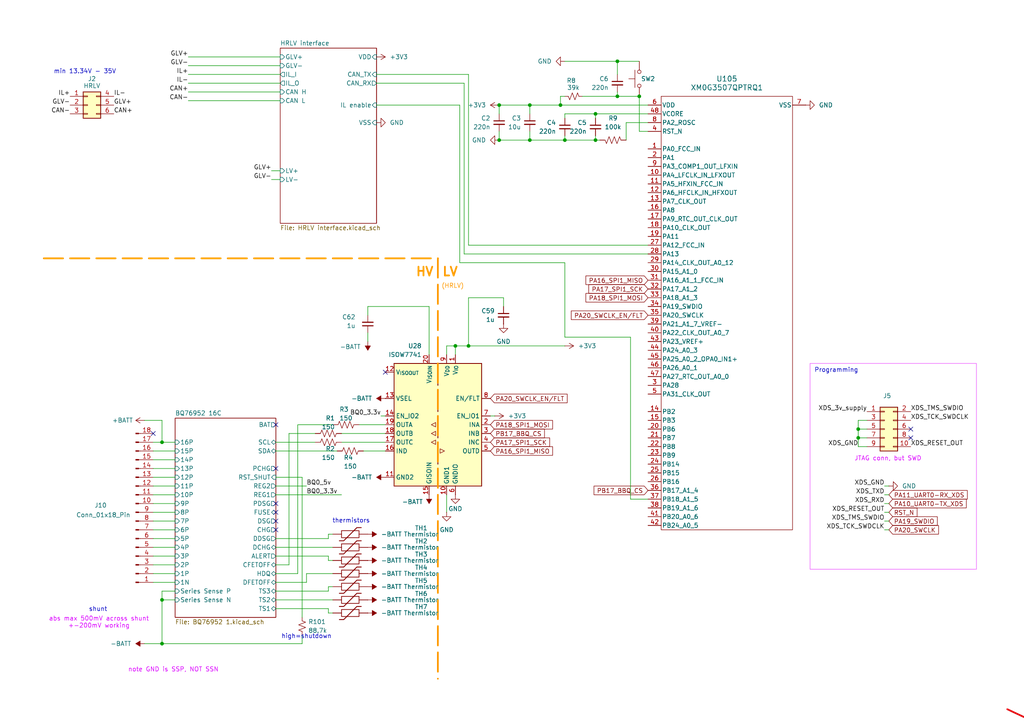
<source format=kicad_sch>
(kicad_sch (version 20250114) (generator "eeschema") (generator_version "9.0")
  (paper "A4")
  (title_block (title "Voltage Tap A . top board") (rev "1.0") (company "BeeMS"))
  (lib_symbols
    (symbol "Connector:Conn_01x18_Pin" (pin_names (offset 1.016) (hide yes))
      (property "Reference" "J" (at 0 22.86 0))
      (property "Value" "Conn_01x18_Pin" (at 0 -25.4 0))
      (symbol "Conn_01x18_Pin_1_1"
        (pin passive line (at 5.08 20.32 180) (length 3.81) (name "Pin_1") (number "1"))
        (pin passive line (at 5.08 17.78 180) (length 3.81) (name "Pin_2") (number "2"))
        (pin passive line (at 5.08 15.24 180) (length 3.81) (name "Pin_3") (number "3"))
        (pin passive line (at 5.08 12.7 180) (length 3.81) (name "Pin_4") (number "4"))
        (pin passive line (at 5.08 10.16 180) (length 3.81) (name "Pin_5") (number "5"))
        (pin passive line (at 5.08 7.62 180) (length 3.81) (name "Pin_6") (number "6"))
        (pin passive line (at 5.08 5.08 180) (length 3.81) (name "Pin_7") (number "7"))
        (pin passive line (at 5.08 2.54 180) (length 3.81) (name "Pin_8") (number "8"))
        (pin passive line (at 5.08 0 180) (length 3.81) (name "Pin_9") (number "9"))
        (pin passive line (at 5.08 -2.54 180) (length 3.81) (name "Pin_10") (number "10"))
        (pin passive line (at 5.08 -5.08 180) (length 3.81) (name "Pin_11") (number "11"))
        (pin passive line (at 5.08 -7.62 180) (length 3.81) (name "Pin_12") (number "12"))
        (pin passive line (at 5.08 -10.16 180) (length 3.81) (name "Pin_13") (number "13"))
        (pin passive line (at 5.08 -12.7 180) (length 3.81) (name "Pin_14") (number "14"))
        (pin passive line (at 5.08 -15.24 180) (length 3.81) (name "Pin_15") (number "15"))
        (pin passive line (at 5.08 -17.78 180) (length 3.81) (name "Pin_16") (number "16"))
        (pin passive line (at 5.08 -20.32 180) (length 3.81) (name "Pin_17") (number "17"))
        (pin passive line (at 5.08 -22.86 180) (length 3.81) (name "Pin_18") (number "18"))
      )
    )
    (symbol "Connector_Generic:Conn_02x03_Top_Bottom" (pin_names (offset 1.016) (hide yes))
      (property "Reference" "J" (at 1.27 5.08 0))
      (property "Value" "Conn_02x03_Top_Bottom" (at 1.27 -5.08 0))
      (symbol "Conn_02x03_Top_Bottom_1_1"
        (pin passive line (at -5.08 2.54 0) (length 3.81) (name "Pin_1") (number "1"))
        (pin passive line (at -5.08 0 0) (length 3.81) (name "Pin_2") (number "2"))
        (pin passive line (at -5.08 -2.54 0) (length 3.81) (name "Pin_3") (number "3"))
        (pin passive line (at 7.62 2.54 180) (length 3.81) (name "Pin_4") (number "4"))
        (pin passive line (at 7.62 0 180) (length 3.81) (name "Pin_5") (number "5"))
        (pin passive line (at 7.62 -2.54 180) (length 3.81) (name "Pin_6") (number "6"))
      )
    )
    (symbol "Connector_Generic:Conn_02x05_Odd_Even" (pin_names (offset 1.016) (hide yes))
      (property "Reference" "J" (at 1.27 7.62 0))
      (property "Value" "Conn_02x05_Odd_Even" (at 1.27 -7.62 0))
      (symbol "Conn_02x05_Odd_Even_1_1"
        (pin passive line (at -5.08 5.08 0) (length 3.81) (name "Pin_1") (number "1"))
        (pin passive line (at -5.08 2.54 0) (length 3.81) (name "Pin_3") (number "3"))
        (pin passive line (at -5.08 0 0) (length 3.81) (name "Pin_5") (number "5"))
        (pin passive line (at -5.08 -2.54 0) (length 3.81) (name "Pin_7") (number "7"))
        (pin passive line (at -5.08 -5.08 0) (length 3.81) (name "Pin_9") (number "9"))
        (pin passive line (at 7.62 5.08 180) (length 3.81) (name "Pin_2") (number "2"))
        (pin passive line (at 7.62 2.54 180) (length 3.81) (name "Pin_4") (number "4"))
        (pin passive line (at 7.62 0 180) (length 3.81) (name "Pin_6") (number "6"))
        (pin passive line (at 7.62 -2.54 180) (length 3.81) (name "Pin_8") (number "8"))
        (pin passive line (at 7.62 -5.08 180) (length 3.81) (name "Pin_10") (number "10"))
      )
    )
    (symbol "Device:C_Small" (pin_numbers (hide yes)) (pin_names (offset 0.254) (hide yes))
      (property "Reference" "C" (at 0.254 1.778 0))
      (property "Value" "C_Small" (at 0.254 -2.032 0))
      (symbol "C_Small_1_1"
        (pin passive line (at 0 2.54 270) (length 2.032) (name "~") (number "1"))
        (pin passive line (at 0 -2.54 90) (length 2.032) (name "~") (number "2"))
      )
    )
    (symbol "Device:R_Small_US" (pin_numbers (hide yes)) (pin_names (offset 0.254) (hide yes))
      (property "Reference" "R" (at 0.762 0.508 0))
      (property "Value" "R_Small_US" (at 0.762 -1.016 0))
      (symbol "R_Small_US_1_1"
        (pin passive line (at 0 2.54 270) (length 1.016) (name "~") (number "1"))
        (pin passive line (at 0 -2.54 90) (length 1.016) (name "~") (number "2"))
      )
    )
    (symbol "Device:R_US" (pin_numbers (hide yes)) (pin_names (offset 0))
      (property "Reference" "R" (at 2.54 0 90))
      (property "Value" "R_US" (at -2.54 0 90))
      (symbol "R_US_1_1"
        (pin passive line (at 0 3.81 270) (length 1.27) (name "~") (number "1"))
        (pin passive line (at 0 -3.81 90) (length 1.27) (name "~") (number "2"))
      )
    )
    (symbol "Device:Thermistor" (pin_numbers (hide yes)) (pin_names (offset 0))
      (property "Reference" "TH" (at 2.54 1.27 90))
      (property "Value" "Thermistor" (at -2.54 0 90))
      (symbol "Thermistor_1_1"
        (pin passive line (at 0 5.08 270) (length 2.54) (name "~") (number "1"))
        (pin passive line (at 0 -5.08 90) (length 2.54) (name "~") (number "2"))
      )
    )
    (symbol "Isolator:ISOW7741"
      (property "Reference" "U" (at -10.16 19.05 0))
      (property "Value" "ISOW7741" (at 3.81 19.05 0))
      (symbol "ISOW7741_1_1"
        (pin bidirectional line (at -15.24 7.62 0) (length 2.54) (name "EN/FLT") (number "8"))
        (pin input line (at -15.24 2.54 0) (length 2.54) (name "EN_IO1") (number "7"))
        (pin input line (at -15.24 0 0) (length 2.54) (name "INA") (number "2"))
        (pin input line (at -15.24 -2.54 0) (length 2.54) (name "INB") (number "3"))
        (pin input line (at -15.24 -5.08 0) (length 2.54) (name "INC") (number "4"))
        (pin output line (at -15.24 -7.62 0) (length 2.54) (name "OUTD") (number "5"))
        (pin power_in line (at -5.08 20.32 270) (length 2.54) (name "V_{IO}") (number "1"))
        (pin power_in line (at -5.08 -20.32 90) (length 2.54) (name "GNDIO") (number "6"))
        (pin power_in line (at -2.54 20.32 270) (length 2.54) (name "V_{DD}") (number "9"))
        (pin power_in line (at -2.54 -20.32 90) (length 2.54) (name "GND1") (number "10"))
        (pin power_in line (at 2.54 20.32 270) (length 2.54) (name "V_{ISOIN}") (number "20"))
        (pin power_in line (at 2.54 -20.32 90) (length 2.54) (name "GISOIN") (number "15"))
        (pin power_out line (at 15.24 15.24 180) (length 2.54) (name "V_{ISOOUT}") (number "12"))
        (pin input line (at 15.24 7.62 180) (length 2.54) (name "VSEL") (number "13"))
        (pin input line (at 15.24 2.54 180) (length 2.54) (name "EN_IO2") (number "14"))
        (pin output line (at 15.24 0 180) (length 2.54) (name "OUTA") (number "19"))
        (pin output line (at 15.24 -2.54 180) (length 2.54) (name "OUTB") (number "18"))
        (pin output line (at 15.24 -5.08 180) (length 2.54) (name "OUTC") (number "17"))
        (pin input line (at 15.24 -7.62 180) (length 2.54) (name "IND") (number "16"))
        (pin power_out line (at 15.24 -15.24 180) (length 2.54) (name "GND2") (number "11"))
      )
    )
    (symbol "Switch:SW_Push" (pin_numbers (hide yes)) (pin_names (offset 1.016) (hide yes))
      (property "Reference" "SW" (at 1.27 2.54 0))
      (property "Value" "SW_Push" (at 0 -1.524 0))
      (symbol "SW_Push_0_1"
        (pin passive line (at -5.08 0 0) (length 2.54) (name "1") (number "1"))
        (pin passive line (at 5.08 0 180) (length 2.54) (name "2") (number "2"))
      )
    )
    (symbol "power:+3V3" (power) (pin_numbers (hide yes)) (pin_names (offset 0) (hide yes))
      (property "Value" "+3V3" (at 0 3.556 0))
      (symbol "+3V3_1_1"
        (pin power_in line (at 0 0 90) (length 0) (name "~") (number "1"))
      )
    )
    (symbol "power:+BATT" (power) (pin_numbers (hide yes)) (pin_names (offset 0) (hide yes))
      (property "Value" "+BATT" (at 0 3.556 0))
      (symbol "+BATT_1_1"
        (pin power_in line (at 0 0 90) (length 0) (name "~") (number "1"))
      )
    )
    (symbol "power:-BATT" (power) (pin_numbers (hide yes)) (pin_names (offset 0) (hide yes))
      (property "Value" "-BATT" (at 0 3.556 0))
      (symbol "-BATT_1_1"
        (pin power_in line (at 0 0 90) (length 0) (name "~") (number "1"))
      )
    )
    (symbol "power:GND" (power) (pin_numbers (hide yes)) (pin_names (offset 0) (hide yes))
      (property "Value" "GND" (at 0 -3.81 0))
      (symbol "GND_1_1"
        (pin power_in line (at 0 0 270) (length 0) (name "~") (number "1"))
      )
    )
    (symbol "zzLocalLibrary:XM0G3507QPTRQ1" (pin_names (offset 0.254))
      (property "Reference" "U" (at 0 65.024 0))
      (property "Value" "XM0G3507QPTRQ1" (at 0 62.484 0))
      (symbol "XM0G3507QPTRQ1_0_1"
        (pin power_in line (at -22.86 57.15 0) (length 3.81) (name "VDD") (number "6"))
        (pin power_in line (at -22.86 54.61 0) (length 3.81) (name "VCORE") (number "48"))
        (pin bidirectional line (at -22.86 52.07 0) (length 3.81) (name "PA2_ROSC") (number "8"))
        (pin input line (at -22.86 49.53 0) (length 3.81) (name "RST_N") (number "4"))
        (pin bidirectional line (at -22.86 44.45 0) (length 3.81) (name "PA0_FCC_IN") (number "1"))
        (pin bidirectional line (at -22.86 41.91 0) (length 3.81) (name "PA1") (number "2"))
        (pin bidirectional line (at -22.86 39.37 0) (length 3.81) (name "PA3_COMP1_OUT_LFXIN") (number "9"))
        (pin bidirectional line (at -22.86 36.83 0) (length 3.81) (name "PA4_LFCLK_IN_LFXOUT") (number "10"))
        (pin bidirectional line (at -22.86 34.29 0) (length 3.81) (name "PA5_HFXIN_FCC_IN") (number "11"))
        (pin bidirectional line (at -22.86 31.75 0) (length 3.81) (name "PA6_HFCLK_IN_HFXOUT") (number "12"))
        (pin bidirectional line (at -22.86 29.21 0) (length 3.81) (name "PA7_CLK_OUT") (number "13"))
        (pin bidirectional line (at -22.86 26.67 0) (length 3.81) (name "PA8") (number "16"))
        (pin bidirectional line (at -22.86 24.13 0) (length 3.81) (name "PA9_RTC_OUT_CLK_OUT") (number "17"))
        (pin bidirectional line (at -22.86 21.59 0) (length 3.81) (name "PA10_CLK_OUT") (number "18"))
        (pin bidirectional line (at -22.86 19.05 0) (length 3.81) (name "PA11") (number "19"))
        (pin bidirectional line (at -22.86 16.51 0) (length 3.81) (name "PA12_FCC_IN") (number "27"))
        (pin bidirectional line (at -22.86 13.97 0) (length 3.81) (name "PA13") (number "28"))
        (pin bidirectional line (at -22.86 11.43 0) (length 3.81) (name "PA14_CLK_OUT_A0_12") (number "29"))
        (pin bidirectional line (at -22.86 8.89 0) (length 3.81) (name "PA15_A1_0") (number "30"))
        (pin bidirectional line (at -22.86 6.35 0) (length 3.81) (name "PA16_A1_1_FCC_IN") (number "31"))
        (pin bidirectional line (at -22.86 3.81 0) (length 3.81) (name "PA17_A1_2") (number "32"))
        (pin bidirectional line (at -22.86 1.27 0) (length 3.81) (name "PA18_A1_3") (number "33"))
        (pin bidirectional line (at -22.86 -1.27 0) (length 3.81) (name "PA19_SWDIO") (number "34"))
        (pin bidirectional line (at -22.86 -3.81 0) (length 3.81) (name "PA20_SWCLK") (number "35"))
        (pin bidirectional line (at -22.86 -6.35 0) (length 3.81) (name "PA21_A1_7_VREF-") (number "39"))
        (pin bidirectional line (at -22.86 -8.89 0) (length 3.81) (name "PA22_CLK_OUT_A0_7") (number "40"))
        (pin bidirectional line (at -22.86 -11.43 0) (length 3.81) (name "PA23_VREF+") (number "43"))
        (pin bidirectional line (at -22.86 -13.97 0) (length 3.81) (name "PA24_A0_3") (number "44"))
        (pin bidirectional line (at -22.86 -16.51 0) (length 3.81) (name "PA25_A0_2_OPA0_IN1+") (number "45"))
        (pin bidirectional line (at -22.86 -19.05 0) (length 3.81) (name "PA26_A0_1") (number "46"))
        (pin bidirectional line (at -22.86 -21.59 0) (length 3.81) (name "PA27_RTC_OUT_A0_0") (number "47"))
        (pin bidirectional line (at -22.86 -24.13 0) (length 3.81) (name "PA28") (number "3"))
        (pin bidirectional line (at -22.86 -26.67 0) (length 3.81) (name "PA31_CLK_OUT") (number "5"))
        (pin bidirectional line (at -22.86 -31.75 0) (length 3.81) (name "PB2") (number "14"))
        (pin bidirectional line (at -22.86 -34.29 0) (length 3.81) (name "PB3") (number "15"))
        (pin bidirectional line (at -22.86 -36.83 0) (length 3.81) (name "PB6") (number "20"))
        (pin bidirectional line (at -22.86 -39.37 0) (length 3.81) (name "PB7") (number "21"))
        (pin bidirectional line (at -22.86 -41.91 0) (length 3.81) (name "PB8") (number "22"))
        (pin bidirectional line (at -22.86 -44.45 0) (length 3.81) (name "PB9") (number "23"))
        (pin bidirectional line (at -22.86 -46.99 0) (length 3.81) (name "PB14") (number "24"))
        (pin bidirectional line (at -22.86 -49.53 0) (length 3.81) (name "PB15") (number "25"))
        (pin bidirectional line (at -22.86 -52.07 0) (length 3.81) (name "PB16") (number "26"))
        (pin bidirectional line (at -22.86 -54.61 0) (length 3.81) (name "PB17_A1_4") (number "36"))
        (pin bidirectional line (at -22.86 -57.15 0) (length 3.81) (name "PB18_A1_5") (number "37"))
        (pin bidirectional line (at -22.86 -59.69 0) (length 3.81) (name "PB19_A1_6") (number "38"))
        (pin bidirectional line (at -22.86 -62.23 0) (length 3.81) (name "PB20_A0_6") (number "41"))
        (pin bidirectional line (at -22.86 -64.77 0) (length 3.81) (name "PB24_A0_5") (number "42"))
        (pin power_in line (at 22.86 57.15 180) (length 3.81) (name "VSS") (number "7"))
      )
    )
  )
  (rectangle (start 234.95 105.41) (end 283.21 165.1) (stroke (width 0) (color 234 84 255 1)))
  (text "note GND is SSP, NOT SSN" (at 50.292 194.31 0) (effects (font (size 1.27 1.27))))
  (text "HV" (at 123.19 78.994 0) (effects (font (size 2.54 2.54) (thickness 0.508) (bold yes))))
  (text "high=shutdown" (at 88.9 184.658 0) (effects (font (size 1.27 1.27))))
  (text "LV" (at 130.556 78.994 0) (effects (font (size 2.54 2.54) (thickness 0.508) (bold yes))))
  (text "(HRLV)" (at 131.318 83.058 0) (effects (font (size 1.27 1.27) (thickness 0.1588))))
  (text "Programming" (at 242.57 107.442 0) (effects (font (size 1.27 1.27))))
  (text "shunt" (at 28.448 176.784 0) (effects (font (size 1.27 1.27))))
  (text "abs max 500mV across shunt\n+-200mV working" (at 28.702 180.594 0) (effects (font (size 1.27 1.27))))
  (text "min 13.34V - 35V" (at 24.638 20.828 0) (effects (font (size 1.27 1.27))))
  (text "JTAG conn, but SWD" (at 257.556 133.096 0) (effects (font (size 1.27 1.27))))
  (text "thermistors" (at 101.854 151.13 0) (effects (font (size 1.27 1.27))))
  (junction (at 46.99 173.99))
  (junction (at 248.92 124.46))
  (junction (at 135.89 100.33))
  (junction (at 172.72 33.02))
  (junction (at 179.07 17.78))
  (junction (at 153.67 30.48))
  (junction (at 132.08 100.33))
  (junction (at 185.42 27.94))
  (junction (at 46.99 128.27))
  (junction (at 248.92 127))
  (junction (at 144.78 30.48))
  (junction (at 172.72 40.64))
  (junction (at 162.56 30.48))
  (junction (at 179.07 27.94))
  (junction (at 163.83 40.64))
  (junction (at 144.78 40.64))
  (junction (at 46.99 186.69))
  (junction (at 153.67 40.64))
  (no_connect (at 264.16 127))
  (no_connect (at 111.76 107.95))
  (no_connect (at 80.01 148.59))
  (no_connect (at 264.16 124.46))
  (no_connect (at 44.45 125.73))
  (no_connect (at 80.01 135.89))
  (no_connect (at 80.01 123.19))
  (no_connect (at 80.01 151.13))
  (no_connect (at 80.01 153.67))
  (no_connect (at 80.01 146.05))
  (wire (pts (xy 88.9 166.37) (xy 88.9 168.91)))
  (polyline (pts (xy 127 74.93) (xy 127 196.85)) (stroke (width 0.508) (type dash) (color 255 153 0 1)))
  (wire (pts (xy 83.82 125.73) (xy 83.82 163.83)))
  (wire (pts (xy 78.74 52.07) (xy 81.28 52.07)))
  (wire (pts (xy 144.78 38.1) (xy 144.78 40.64)))
  (wire (pts (xy 80.01 130.81) (xy 97.79 130.81)))
  (wire (pts (xy 54.61 29.21) (xy 81.28 29.21)))
  (wire (pts (xy 44.45 161.29) (xy 50.8 161.29)))
  (wire (pts (xy 41.91 121.92) (xy 46.99 121.92)))
  (wire (pts (xy 132.08 100.33) (xy 132.08 102.87)))
  (polyline (pts (xy 12.7 74.93) (xy 127 74.93)) (stroke (width 0.508) (type dash) (color 255 153 0 1)))
  (wire (pts (xy 256.54 148.59) (xy 257.81 148.59)))
  (wire (pts (xy 248.92 127) (xy 251.46 127)))
  (wire (pts (xy 105.41 130.81) (xy 111.76 130.81)))
  (wire (pts (xy 44.45 138.43) (xy 50.8 138.43)))
  (wire (pts (xy 135.89 21.59) (xy 135.89 71.12)))
  (wire (pts (xy 163.83 76.2) (xy 163.83 97.79)))
  (wire (pts (xy 133.35 30.48) (xy 133.35 76.2)))
  (wire (pts (xy 146.05 88.9) (xy 146.05 86.36)))
  (wire (pts (xy 256.54 146.05) (xy 257.81 146.05)))
  (wire (pts (xy 80.01 171.45) (xy 95.25 171.45)))
  (wire (pts (xy 54.61 24.13) (xy 81.28 24.13)))
  (wire (pts (xy 80.01 138.43) (xy 87.63 138.43)))
  (wire (pts (xy 44.45 168.91) (xy 50.8 168.91)))
  (wire (pts (xy 46.99 171.45) (xy 46.99 173.99)))
  (wire (pts (xy 163.83 40.64) (xy 172.72 40.64)))
  (wire (pts (xy 44.45 153.67) (xy 50.8 153.67)))
  (wire (pts (xy 153.67 40.64) (xy 163.83 40.64)))
  (wire (pts (xy 104.14 123.19) (xy 111.76 123.19)))
  (wire (pts (xy 88.9 166.37) (xy 96.52 166.37)))
  (wire (pts (xy 162.56 30.48) (xy 162.56 27.94)))
  (wire (pts (xy 256.54 153.67) (xy 257.81 153.67)))
  (wire (pts (xy 162.56 30.48) (xy 187.96 30.48)))
  (wire (pts (xy 95.25 154.94) (xy 95.25 156.21)))
  (wire (pts (xy 163.83 17.78) (xy 179.07 17.78)))
  (wire (pts (xy 44.45 156.21) (xy 50.8 156.21)))
  (wire (pts (xy 41.91 186.69) (xy 46.99 186.69)))
  (wire (pts (xy 153.67 30.48) (xy 144.78 30.48)))
  (wire (pts (xy 256.54 151.13) (xy 257.81 151.13)))
  (wire (pts (xy 185.42 27.94) (xy 185.42 38.1)))
  (wire (pts (xy 80.01 140.97) (xy 88.9 140.97)))
  (wire (pts (xy 44.45 148.59) (xy 50.8 148.59)))
  (wire (pts (xy 46.99 173.99) (xy 50.8 173.99)))
  (wire (pts (xy 80.01 161.29) (xy 95.25 161.29)))
  (wire (pts (xy 181.61 35.56) (xy 181.61 40.64)))
  (wire (pts (xy 44.45 146.05) (xy 50.8 146.05)))
  (wire (pts (xy 143.51 120.65) (xy 142.24 120.65)))
  (wire (pts (xy 182.88 144.78) (xy 187.96 144.78)))
  (wire (pts (xy 46.99 171.45) (xy 50.8 171.45)))
  (wire (pts (xy 109.22 30.48) (xy 133.35 30.48)))
  (wire (pts (xy 80.01 166.37) (xy 86.36 166.37)))
  (wire (pts (xy 44.45 133.35) (xy 50.8 133.35)))
  (wire (pts (xy 44.45 128.27) (xy 46.99 128.27)))
  (wire (pts (xy 135.89 71.12) (xy 187.96 71.12)))
  (wire (pts (xy 134.62 24.13) (xy 109.22 24.13)))
  (wire (pts (xy 135.89 86.36) (xy 135.89 100.33)))
  (wire (pts (xy 163.83 39.37) (xy 163.83 40.64)))
  (wire (pts (xy 80.01 168.91) (xy 88.9 168.91)))
  (wire (pts (xy 44.45 143.51) (xy 50.8 143.51)))
  (wire (pts (xy 179.07 27.94) (xy 185.42 27.94)))
  (wire (pts (xy 172.72 33.02) (xy 172.72 34.29)))
  (wire (pts (xy 95.25 171.45) (xy 95.25 170.18)))
  (wire (pts (xy 95.25 156.21) (xy 80.01 156.21)))
  (wire (pts (xy 153.67 30.48) (xy 162.56 30.48)))
  (wire (pts (xy 80.01 128.27) (xy 91.44 128.27)))
  (wire (pts (xy 153.67 38.1) (xy 153.67 40.64)))
  (wire (pts (xy 86.36 123.19) (xy 96.52 123.19)))
  (wire (pts (xy 95.25 154.94) (xy 96.52 154.94)))
  (wire (pts (xy 256.54 140.97) (xy 257.81 140.97)))
  (wire (pts (xy 144.78 30.48) (xy 144.78 33.02)))
  (wire (pts (xy 124.46 88.9) (xy 124.46 102.87)))
  (wire (pts (xy 248.92 124.46) (xy 251.46 124.46)))
  (wire (pts (xy 44.45 130.81) (xy 50.8 130.81)))
  (wire (pts (xy 54.61 26.67) (xy 81.28 26.67)))
  (wire (pts (xy 153.67 30.48) (xy 153.67 33.02)))
  (wire (pts (xy 44.45 135.89) (xy 50.8 135.89)))
  (wire (pts (xy 133.35 76.2) (xy 163.83 76.2)))
  (wire (pts (xy 182.88 97.79) (xy 182.88 144.78)))
  (wire (pts (xy 129.54 143.51) (xy 129.54 148.59)))
  (wire (pts (xy 106.68 96.52) (xy 106.68 99.06)))
  (wire (pts (xy 106.68 88.9) (xy 124.46 88.9)))
  (wire (pts (xy 80.01 158.75) (xy 96.52 158.75)))
  (wire (pts (xy 132.08 100.33) (xy 135.89 100.33)))
  (wire (pts (xy 256.54 143.51) (xy 257.81 143.51)))
  (wire (pts (xy 99.06 128.27) (xy 111.76 128.27)))
  (wire (pts (xy 172.72 39.37) (xy 172.72 40.64)))
  (wire (pts (xy 54.61 21.59) (xy 81.28 21.59)))
  (wire (pts (xy 144.78 40.64) (xy 153.67 40.64)))
  (wire (pts (xy 46.99 128.27) (xy 50.8 128.27)))
  (wire (pts (xy 179.07 17.78) (xy 185.42 17.78)))
  (wire (pts (xy 248.92 121.92) (xy 248.92 124.46)))
  (wire (pts (xy 248.92 129.54) (xy 251.46 129.54)))
  (wire (pts (xy 87.63 138.43) (xy 87.63 179.07)))
  (wire (pts (xy 86.36 166.37) (xy 86.36 123.19)))
  (wire (pts (xy 95.25 176.53) (xy 80.01 176.53)))
  (wire (pts (xy 172.72 33.02) (xy 163.83 33.02)))
  (wire (pts (xy 46.99 173.99) (xy 46.99 186.69)))
  (wire (pts (xy 168.91 27.94) (xy 179.07 27.94)))
  (wire (pts (xy 248.92 127) (xy 248.92 124.46)))
  (wire (pts (xy 95.25 177.8) (xy 95.25 176.53)))
  (wire (pts (xy 95.25 170.18) (xy 96.52 170.18)))
  (wire (pts (xy 187.96 38.1) (xy 185.42 38.1)))
  (wire (pts (xy 95.25 177.8) (xy 96.52 177.8)))
  (wire (pts (xy 248.92 129.54) (xy 248.92 127)))
  (wire (pts (xy 179.07 26.67) (xy 179.07 27.94)))
  (wire (pts (xy 95.25 162.56) (xy 96.52 162.56)))
  (wire (pts (xy 134.62 73.66) (xy 134.62 24.13)))
  (wire (pts (xy 87.63 184.15) (xy 87.63 186.69)))
  (wire (pts (xy 44.45 166.37) (xy 50.8 166.37)))
  (wire (pts (xy 129.54 102.87) (xy 129.54 100.33)))
  (wire (pts (xy 110.49 120.65) (xy 111.76 120.65)))
  (wire (pts (xy 44.45 151.13) (xy 50.8 151.13)))
  (wire (pts (xy 80.01 173.99) (xy 96.52 173.99)))
  (wire (pts (xy 163.83 97.79) (xy 182.88 97.79)))
  (wire (pts (xy 44.45 140.97) (xy 50.8 140.97)))
  (wire (pts (xy 146.05 86.36) (xy 135.89 86.36)))
  (wire (pts (xy 78.74 49.53) (xy 81.28 49.53)))
  (wire (pts (xy 162.56 27.94) (xy 163.83 27.94)))
  (wire (pts (xy 83.82 125.73) (xy 91.44 125.73)))
  (wire (pts (xy 109.22 21.59) (xy 135.89 21.59)))
  (wire (pts (xy 44.45 158.75) (xy 50.8 158.75)))
  (wire (pts (xy 99.06 125.73) (xy 111.76 125.73)))
  (wire (pts (xy 187.96 73.66) (xy 134.62 73.66)))
  (wire (pts (xy 95.25 161.29) (xy 95.25 162.56)))
  (wire (pts (xy 163.83 33.02) (xy 163.83 34.29)))
  (wire (pts (xy 173.99 40.64) (xy 172.72 40.64)))
  (wire (pts (xy 181.61 35.56) (xy 187.96 35.56)))
  (wire (pts (xy 46.99 186.69) (xy 87.63 186.69)))
  (wire (pts (xy 54.61 19.05) (xy 81.28 19.05)))
  (wire (pts (xy 106.68 88.9) (xy 106.68 91.44)))
  (wire (pts (xy 129.54 100.33) (xy 132.08 100.33)))
  (wire (pts (xy 46.99 121.92) (xy 46.99 128.27)))
  (wire (pts (xy 135.89 100.33) (xy 163.83 100.33)))
  (wire (pts (xy 54.61 16.51) (xy 81.28 16.51)))
  (wire (pts (xy 179.07 17.78) (xy 179.07 21.59)))
  (wire (pts (xy 44.45 163.83) (xy 50.8 163.83)))
  (wire (pts (xy 248.92 121.92) (xy 251.46 121.92)))
  (wire (pts (xy 80.01 143.51) (xy 99.06 143.51)))
  (wire (pts (xy 80.01 163.83) (xy 83.82 163.83)))
  (wire (pts (xy 187.96 33.02) (xy 172.72 33.02)))
  (label "BQ0_3.3v" (at 110.49 120.65 180))
  (label "IL+" (at 20.32 27.94 180))
  (label "GLV+" (at 33.02 30.48 0))
  (label "XDS_TMS_SWDIO" (at 264.16 119.38 0))
  (label "CAN-" (at 20.32 33.02 180))
  (label "GLV-" (at 54.61 19.05 180))
  (label "BQ0_3.3v" (at 88.9 143.51 0))
  (label "CAN-" (at 54.61 29.21 180))
  (label "IL-" (at 54.61 24.13 180))
  (label "CAN+" (at 54.61 26.67 180))
  (label "XDS_3v_supply" (at 251.46 119.38 180))
  (label "XDS_TMS_SWDIO" (at 256.54 151.13 180))
  (label "IL+" (at 54.61 21.59 180))
  (label "GLV+" (at 54.61 16.51 180))
  (label "GLV-" (at 20.32 30.48 180))
  (label "BQ0_5v" (at 88.9 140.97 0))
  (label "IL-" (at 33.02 27.94 0))
  (label "GLV-" (at 78.74 52.07 180))
  (label "XDS_TCK_SWDCLK" (at 256.54 153.67 180))
  (label "XDS_TCK_SWDCLK" (at 264.16 121.92 0))
  (label "XDS_RXD" (at 256.54 146.05 180))
  (label "XDS_RESET_OUT" (at 256.54 148.59 180))
  (label "XDS_GND" (at 248.92 129.54 180))
  (label "GLV+" (at 78.74 49.53 180))
  (label "XDS_TXD" (at 256.54 143.51 180))
  (label "XDS_GND" (at 256.54 140.97 180))
  (label "XDS_RESET_OUT" (at 264.16 129.54 0))
  (label "CAN+" (at 33.02 33.02 0))
  (global_label "PA11_UART0-RX_XDS" (shape input) (at 257.81 143.51 0) (property "Intersheetrefs" "${INTERSHEET_REFS}" (effects (hide yes))))
  (global_label "RST_N" (shape input) (at 257.81 148.59 0) (property "Intersheetrefs" "${INTERSHEET_REFS}" (effects (hide yes))))
  (global_label "PA16_SPI1_MISO" (shape input) (at 142.24 130.81 0) (property "Intersheetrefs" "${INTERSHEET_REFS}" (effects (hide yes))))
  (global_label "PA20_SWCLK" (shape input) (at 257.81 153.67 0) (property "Intersheetrefs" "${INTERSHEET_REFS}" (effects (hide yes))))
  (global_label "PA10_UART0-TX_XDS" (shape input) (at 257.81 146.05 0) (property "Intersheetrefs" "${INTERSHEET_REFS}" (effects (hide yes))))
  (global_label "PA20_SWCLK_EN{slash}FLT" (shape input) (at 142.24 115.57 0) (property "Intersheetrefs" "${INTERSHEET_REFS}" (effects (hide yes))))
  (global_label "PA18_SPI1_MOSI" (shape input) (at 142.24 123.19 0) (property "Intersheetrefs" "${INTERSHEET_REFS}" (effects (hide yes))))
  (global_label "PA20_SWCLK_EN{slash}FLT" (shape input) (at 187.96 91.44 180) (property "Intersheetrefs" "${INTERSHEET_REFS}" (effects (hide yes))))
  (global_label "PA18_SPI1_MOSI" (shape input) (at 187.96 86.36 180) (property "Intersheetrefs" "${INTERSHEET_REFS}" (effects (hide yes))))
  (global_label "PA17_SPI1_SCK" (shape input) (at 142.24 128.27 0) (property "Intersheetrefs" "${INTERSHEET_REFS}" (effects (hide yes))))
  (global_label "PA19_SWDIO" (shape input) (at 257.81 151.13 0) (property "Intersheetrefs" "${INTERSHEET_REFS}" (effects (hide yes))))
  (global_label "PB17_BBQ_CS" (shape input) (at 142.24 125.73 0) (property "Intersheetrefs" "${INTERSHEET_REFS}" (effects (hide yes))))
  (global_label "PB17_BBQ_CS" (shape input) (at 187.96 142.24 180) (property "Intersheetrefs" "${INTERSHEET_REFS}" (effects (hide yes))))
  (global_label "PA17_SPI1_SCK" (shape input) (at 187.96 83.82 180) (property "Intersheetrefs" "${INTERSHEET_REFS}" (effects (hide yes))))
  (global_label "PA16_SPI1_MISO" (shape input) (at 187.96 81.28 180) (property "Intersheetrefs" "${INTERSHEET_REFS}" (effects (hide yes))))
  (symbol (lib_id "Device:R_US") (at 95.25 128.27 270) (unit 1)
    (property "Reference" "R2" (at 97.155 130.175 90) (effects (justify right)))
    (property "Value" "150" (at 97.155 132.715 90) (effects (justify right)))
    (property "Footprint" "Resistor_SMD:R_1206_3216Metric_Pad1.30x1.75mm_HandSolder" (effects (hide yes)))
    (property "Description" "Resistor, US symbol" (effects (hide yes)))
    (property "mouser" "https://www.mouser.com/ProductDetail/YAGEO/AC1206FR-7W150RL?qs=sGAEpiMZZMtlubZbdhIBICFms2LWLh%252Bq5GguBuup7BI%3D" (effects (hide yes)))
    (property "specs" "150Ohm, 500mW, 1%, 200V, -55C, +155C" (effects (hide yes)))
    (property "unit x10" "0.032" (effects (hide yes)))
  )
  (symbol (lib_id "power:GND") (at 163.83 17.78 270) (unit 1)
    (property "Reference" "#PWR07" (effects (hide yes)))
    (property "Value" "GND" (at 160.02 17.7799 90) (effects (justify right)))
    (property "Description" "Power symbol creates a global label with name \"GND\" , ground" (effects (hide yes)))
  )
  (symbol (lib_id "power:GND") (at 233.68 30.48 90) (unit 1)
    (property "Reference" "#PWR08" (effects (hide yes)))
    (property "Value" "GND" (at 237.49 30.4799 90) (effects (justify right)))
    (property "Description" "Power symbol creates a global label with name \"GND\" , ground" (effects (hide yes)))
  )
  (symbol (lib_id "power:-BATT") (at 124.46 143.51 180) (unit 1)
    (property "Reference" "#PWR025" (effects (hide yes)))
    (property "Value" "-BATT" (at 122.682 145.542 0) (effects (justify left)))
    (property "Description" "Power symbol creates a global label with name \"-BATT\"" (effects (hide yes)))
  )
  (symbol (lib_id "power:-BATT") (at 106.68 166.37 270) (unit 1)
    (property "Reference" "#PWR021" (effects (hide yes)))
    (property "Value" "-BATT" (at 110.49 166.3701 90) (effects (justify left)))
    (property "Description" "Power symbol creates a global label with name \"-BATT\"" (effects (hide yes)))
  )
  (symbol (lib_id "power:-BATT") (at 106.68 170.18 270) (unit 1)
    (property "Reference" "#PWR022" (effects (hide yes)))
    (property "Value" "-BATT" (at 110.49 170.1801 90) (effects (justify left)))
    (property "Description" "Power symbol creates a global label with name \"-BATT\"" (effects (hide yes)))
  )
  (symbol (lib_id "power:-BATT") (at 106.68 158.75 270) (unit 1)
    (property "Reference" "#PWR019" (effects (hide yes)))
    (property "Value" "-BATT" (at 110.49 158.7501 90) (effects (justify left)))
    (property "Description" "Power symbol creates a global label with name \"-BATT\"" (effects (hide yes)))
  )
  (symbol (lib_id "Isolator:ISOW7741") (at 127 123.19 0) (mirror y) (unit 1)
    (property "Reference" "U28" (at 122.3167 100.33 0) (effects (justify left)))
    (property "Value" "ISOW7741" (at 122.3167 102.87 0) (effects (justify left)))
    (property "Footprint" "Package_SO:SOIC-20W_7.5x12.8mm_P1.27mm" (effects (hide yes)))
    (property "Datasheet" "https://www.ti.com/lit/ds/symlink/isow7741.pdf" (effects (hide yes)))
    (property "Description" "Quad-Channel 3/1 Digital Isolator with Integrated Low-Emissions, Low-Noise DC-DC Converter, SOIC-20W" (effects (hide yes)))
  )
  (symbol (lib_id "power:-BATT") (at 106.68 173.99 270) (unit 1)
    (property "Reference" "#PWR023" (effects (hide yes)))
    (property "Value" "-BATT" (at 110.49 173.9901 90) (effects (justify left)))
    (property "Description" "Power symbol creates a global label with name \"-BATT\"" (effects (hide yes)))
  )
  (symbol (lib_id "power:+3V3") (at 144.78 30.48 90) (unit 1)
    (property "Reference" "#PWR05" (effects (hide yes)))
    (property "Value" "+3V3" (at 140.97 30.4799 90) (effects (justify left)))
    (property "Description" "Power symbol creates a global label with name \"+3V3\"" (effects (hide yes)))
  )
  (symbol (lib_id "Device:Thermistor") (at 101.6 177.8 90) (unit 1)
    (property "Reference" "TH7" (at 122.174 176.022 90))
    (property "Value" "Thermistor" (at 122.174 177.8 90))
    (property "Footprint" "Resistor_SMD:R_1206_3216Metric" (effects (hide yes)))
    (property "Datasheet" "https://www.mouser.com/catalog/specsheets/semitec_atthermistor.pdf" (effects (hide yes)))
    (property "Description" "Temperature dependent resistor" (effects (hide yes)))
    (property "mouser" "https://www.mouser.com/ProductDetail/Semitec/103AT-2?qs=wgO0AD0o1vvcDzsKguD%2Bew%3D%3D&srsltid=AfmBOooUcbWOzFYbR_yLlES88fRwyUsa0gc9wqxUpY0n7HWnXUXQ11PP" (effects (hide yes)))
  )
  (symbol (lib_id "Device:C_Small") (at 153.67 35.56 0) (mirror y) (unit 1)
    (property "Reference" "C3" (at 151.13 34.2962 0) (effects (justify left)))
    (property "Value" "10u" (at 151.13 36.8362 0) (effects (justify left)))
    (property "Footprint" "Capacitor_SMD:C_1206_3216Metric_Pad1.33x1.80mm_HandSolder" (effects (hide yes)))
    (property "mouser" "https://www.mouser.com/ProductDetail/Samsung-Electro-Mechanics/CL31A106KBHNNNE?qs=sGAEpiMZZMsh%252B1woXyUXjxqcB7t9naYpzWmpMbMJIKQ%3D" (effects (hide yes)))
    (property "specs" "10uF, 50VDC, X5R, 10%, -55C, +85C" (effects (hide yes)))
    (property "unit x10" "0.07" (effects (hide yes)))
    (property "unit x1" "0.10" (effects (hide yes)))
  )
  (symbol (lib_id "power:+3V3") (at 109.22 16.51 270) (unit 1)
    (property "Reference" "#PWR010" (effects (hide yes)))
    (property "Value" "+3V3" (at 113.03 16.5099 90) (effects (justify left)))
    (property "Description" "Power symbol creates a global label with name \"+3V3\"" (effects (hide yes)))
  )
  (symbol (lib_id "power:GND") (at 129.54 148.59 0) (unit 1)
    (property "Reference" "#PWR012" (effects (hide yes)))
    (property "Value" "GND" (at 129.54 153.67 0))
    (property "Description" "Power symbol creates a global label with name \"GND\" , ground" (effects (hide yes)))
  )
  (symbol (lib_id "power:-BATT") (at 106.68 177.8 270) (unit 1)
    (property "Reference" "#PWR024" (effects (hide yes)))
    (property "Value" "-BATT" (at 110.49 177.8001 90) (effects (justify left)))
    (property "Description" "Power symbol creates a global label with name \"-BATT\"" (effects (hide yes)))
  )
  (symbol (lib_id "power:+BATT") (at 41.91 121.92 90) (unit 1)
    (property "Reference" "#PWR01" (effects (hide yes)))
    (property "Value" "+BATT" (at 35.56 121.92 90))
    (property "Description" "Power symbol creates a global label with name \"+BATT\"" (effects (hide yes)))
  )
  (symbol (lib_id "power:-BATT") (at 106.68 154.94 270) (unit 1)
    (property "Reference" "#PWR018" (effects (hide yes)))
    (property "Value" "-BATT" (at 110.49 154.9401 90) (effects (justify left)))
    (property "Description" "Power symbol creates a global label with name \"-BATT\"" (effects (hide yes)))
  )
  (symbol (lib_id "Device:R_US") (at 101.6 130.81 270) (unit 1)
    (property "Reference" "R4" (at 99.695 132.715 90) (effects (justify left)))
    (property "Value" "150" (at 99.695 135.255 90) (effects (justify left)))
    (property "Footprint" "Resistor_SMD:R_1206_3216Metric_Pad1.30x1.75mm_HandSolder" (effects (hide yes)))
    (property "Description" "Resistor, US symbol" (effects (hide yes)))
    (property "mouser" "https://www.mouser.com/ProductDetail/YAGEO/AC1206FR-7W150RL?qs=sGAEpiMZZMtlubZbdhIBICFms2LWLh%252Bq5GguBuup7BI%3D" (effects (hide yes)))
    (property "specs" "150Ohm, 500mW, 1%, 200V, -55C, +155C" (effects (hide yes)))
    (property "unit x10" "0.032" (effects (hide yes)))
  )
  (symbol (lib_id "power:-BATT") (at 41.91 186.69 90) (unit 1)
    (property "Reference" "#PWR02" (effects (hide yes)))
    (property "Value" "-BATT" (at 38.1 186.6899 90) (effects (justify left)))
    (property "Description" "Power symbol creates a global label with name \"-BATT\"" (effects (hide yes)))
  )
  (symbol (lib_id "Connector_Generic:Conn_02x05_Odd_Even") (at 256.54 124.46 0) (unit 1)
    (property "Reference" "J5" (at 257.302 114.808 0))
    (property "Value" "Conn_02x05_Odd_Even" (effects (hide yes)))
    (property "Footprint" "Connector_PinHeader_1.27mm:PinHeader_2x05_P1.27mm_Vertical_SMD" (effects (hide yes)))
    (property "Datasheet" "https://www.mouser.com/ProductDetail/Samtec/FTSH-105-01-L-DV-K?qs=%252B5JSS813miOqo3Vy%252BvhCFg%3D%3D&mgh=1&utm_id=22307413912&utm_source=google&utm_medium=cpc&utm_marketing_tactic=amercorp&gad_source=1&gad_campaignid=22307417416&gclid=EAIaIQobChMI7euR0cGajgMVHEp_AB1IOho8EAQYASABEgIaMPD_BwE" (effects (hide yes)))
    (property "Description" "https://www.digikey.com/en/products/detail/adafruit-industries-llc/556/6827041?gclsrc=aw.ds&gad_source=1&gad_campaignid=20232005509&gclid=EAIaIQobChMIgoT1icKajgMVrXJ_AB3caCGqEAQYByABEgJ-U_D_BwE" (effects (hide yes)))
  )
  (symbol (lib_id "Device:Thermistor") (at 101.6 173.99 90) (unit 1)
    (property "Reference" "TH6" (at 122.174 172.212 90))
    (property "Value" "Thermistor" (at 122.174 173.99 90))
    (property "Footprint" "Resistor_SMD:R_1206_3216Metric" (effects (hide yes)))
    (property "Datasheet" "https://www.mouser.com/catalog/specsheets/semitec_atthermistor.pdf" (effects (hide yes)))
    (property "Description" "Temperature dependent resistor" (effects (hide yes)))
    (property "mouser" "https://www.mouser.com/ProductDetail/Semitec/103AT-2?qs=wgO0AD0o1vvcDzsKguD%2Bew%3D%3D&srsltid=AfmBOooUcbWOzFYbR_yLlES88fRwyUsa0gc9wqxUpY0n7HWnXUXQ11PP" (effects (hide yes)))
  )
  (symbol (lib_id "Device:R_Small_US") (at 87.63 181.61 180) (unit 1)
    (property "Reference" "R101" (at 89.408 180.34 0) (effects (justify right)))
    (property "Value" "88.7k" (at 89.408 182.88 0) (effects (justify right)))
    (property "Footprint" "Resistor_SMD:R_0805_2012Metric_Pad1.20x1.40mm_HandSolder" (effects (hide yes)))
    (property "Description" "Resistor, US symbol" (effects (hide yes)))
    (property "mouser" "https://www.mouser.com/ProductDetail/YAGEO/AC0805FR-0788K7L?qs=sGAEpiMZZMvdGkrng054txZnKwhPFOhAEd4B%2FsmRVts%3D" (effects (hide yes)))
    (property "specs" "88.7kR, 125mW, 150V, 100ppm, 1%, -55C, +155C" (effects (hide yes)))
    (property "unit x10" "0.011" (effects (hide yes)))
    (property "unit x1" "0.01" (effects (hide yes)))
  )
  (symbol (lib_id "zzLocalLibrary:XM0G3507QPTRQ1") (at 210.82 87.63 0) (unit 1)
    (property "Reference" "U105" (at 210.82 22.86 0) (effects (font (size 1.524 1.524))))
    (property "Value" "XM0G3507QPTRQ1" (at 210.82 25.4 0) (effects (font (size 1.524 1.524))))
    (property "Footprint" "zzLocalLibraries-Footprints:PT0048A-IPC_B" (effects (hide yes)))
    (property "Datasheet" "https://www.ti.com/lit/gpn/mspm0g3507-q1" (effects (hide yes)))
    (property "note" "use Q1 datasheets, its more consistent and not mismatched footprints. also, mouser link says 48MHz, its lieing. its actually 80Mhz" (effects (hide yes)))
    (property "mouser" "https://www.mouser.com/ProductDetail/Texas-Instruments/M0G3505QPTRQ1?qs=iLKYxzqNS75YrOEN6nwKlw%3D%3D" (effects (hide yes)))
    (property "unit x10" "2.38" (effects (hide yes)))
    (property "unit x1" "3.61" (effects (hide yes)))
  )
  (symbol (lib_id "Device:Thermistor") (at 101.6 162.56 90) (unit 1)
    (property "Reference" "TH3" (at 122.174 160.782 90))
    (property "Value" "Thermistor" (at 122.174 162.56 90))
    (property "Footprint" "Resistor_SMD:R_1206_3216Metric" (effects (hide yes)))
    (property "Datasheet" "https://www.mouser.com/catalog/specsheets/semitec_atthermistor.pdf" (effects (hide yes)))
    (property "Description" "Temperature dependent resistor" (effects (hide yes)))
    (property "mouser" "https://www.mouser.com/ProductDetail/Semitec/103AT-2?qs=wgO0AD0o1vvcDzsKguD%2Bew%3D%3D&srsltid=AfmBOooUcbWOzFYbR_yLlES88fRwyUsa0gc9wqxUpY0n7HWnXUXQ11PP" (effects (hide yes)))
  )
  (symbol (lib_id "Device:R_US") (at 177.8 40.64 90) (mirror x) (unit 1)
    (property "Reference" "R9" (at 177.8 34.29 90))
    (property "Value" "100k" (at 177.8 36.83 90))
    (property "Footprint" "Resistor_SMD:R_1206_3216Metric_Pad1.30x1.75mm_HandSolder" (effects (hide yes)))
    (property "Datasheet" "https://www.mouser.com/ProductDetail/Bourns/CHV1206-FX-1003EST?qs=QNEnbhJQKvb7tN9X9nEnDA%3D%3D" (effects (hide yes)))
    (property "Description" "Resistor, US symbol" (effects (hide yes)))
    (property "mouser" "https://www.mouser.com/ProductDetail/Bourns/CHV1206-FX-1003EST?qs=QNEnbhJQKvb7tN9X9nEnDA%3D%3D" (effects (hide yes)))
    (property "specs" "100kOhm, 800V, 250mW, 100PPM, 1%, -55C, 155C" (effects (hide yes)))
    (property "unit x10" "0.083" (effects (hide yes)))
  )
  (symbol (lib_id "Device:R_US") (at 100.33 123.19 90) (unit 1)
    (property "Reference" "R3" (at 98.425 118.745 90) (effects (justify right)))
    (property "Value" "150" (at 98.425 121.285 90) (effects (justify right)))
    (property "Footprint" "Resistor_SMD:R_1206_3216Metric_Pad1.30x1.75mm_HandSolder" (effects (hide yes)))
    (property "Description" "Resistor, US symbol" (effects (hide yes)))
    (property "mouser" "https://www.mouser.com/ProductDetail/YAGEO/AC1206FR-7W150RL?qs=sGAEpiMZZMtlubZbdhIBICFms2LWLh%252Bq5GguBuup7BI%3D" (effects (hide yes)))
    (property "specs" "150Ohm, 500mW, 1%, 200V, -55C, +155C" (effects (hide yes)))
    (property "unit x10" "0.032" (effects (hide yes)))
  )
  (symbol (lib_id "Device:Thermistor") (at 101.6 170.18 90) (unit 1)
    (property "Reference" "TH5" (at 122.174 168.402 90))
    (property "Value" "Thermistor" (at 122.174 170.18 90))
    (property "Footprint" "Resistor_SMD:R_1206_3216Metric" (effects (hide yes)))
    (property "Datasheet" "https://www.mouser.com/catalog/specsheets/semitec_atthermistor.pdf" (effects (hide yes)))
    (property "Description" "Temperature dependent resistor" (effects (hide yes)))
    (property "mouser" "https://www.mouser.com/ProductDetail/Semitec/103AT-2?qs=wgO0AD0o1vvcDzsKguD%2Bew%3D%3D&srsltid=AfmBOooUcbWOzFYbR_yLlES88fRwyUsa0gc9wqxUpY0n7HWnXUXQ11PP" (effects (hide yes)))
  )
  (symbol (lib_id "Device:C_Small") (at 172.72 36.83 0) (mirror y) (unit 1)
    (property "Reference" "C5" (at 170.18 35.5662 0) (effects (justify left)))
    (property "Value" "220n" (at 170.18 38.1062 0) (effects (justify left)))
    (property "Footprint" "Capacitor_SMD:C_0805_2012Metric_Pad1.18x1.45mm_HandSolder" (effects (hide yes)))
    (property "Datasheet" "https://www.mouser.com/ProductDetail/Samsung-Electro-Mechanics/CL31B224KBFNNNF?qs=sGAEpiMZZMsh%252B1woXyUXj7iNKXiFkBmw7C%252BUlKpuDJ8%3D" (effects (hide yes)))
    (property "mouser" "https://www.mouser.com/ProductDetail/Samsung-Electro-Mechanics/CL21B224KCFSFNE?qs=664zcAxDQ0l4Y1eUk6Zc1g%3D%3D" (effects (hide yes)))
    (property "specs" "100VDC, X7R, 10%, -55C, +125C, 220nF" (effects (hide yes)))
    (property "unit x10" "0.054" (effects (hide yes)))
    (property "unit x1" "0.14" (effects (hide yes)))
  )
  (symbol (lib_id "Device:C_Small") (at 163.83 36.83 0) (mirror y) (unit 1)
    (property "Reference" "C4" (at 161.29 35.5662 0) (effects (justify left)))
    (property "Value" "220n" (at 161.29 38.1062 0) (effects (justify left)))
    (property "Footprint" "Capacitor_SMD:C_0805_2012Metric_Pad1.18x1.45mm_HandSolder" (effects (hide yes)))
    (property "Datasheet" "https://www.mouser.com/ProductDetail/Samsung-Electro-Mechanics/CL31B224KBFNNNF?qs=sGAEpiMZZMsh%252B1woXyUXj7iNKXiFkBmw7C%252BUlKpuDJ8%3D" (effects (hide yes)))
    (property "mouser" "https://www.mouser.com/ProductDetail/Samsung-Electro-Mechanics/CL21B224KCFSFNE?qs=664zcAxDQ0l4Y1eUk6Zc1g%3D%3D" (effects (hide yes)))
    (property "specs" "100VDC, X7R, 10%, -55C, +125C, 220nF" (effects (hide yes)))
    (property "unit x10" "0.054" (effects (hide yes)))
    (property "unit x1" "0.14" (effects (hide yes)))
  )
  (symbol (lib_id "Device:Thermistor") (at 101.6 158.75 90) (unit 1)
    (property "Reference" "TH2" (at 122.174 156.972 90))
    (property "Value" "Thermistor" (at 122.174 158.75 90))
    (property "Footprint" "Resistor_SMD:R_1206_3216Metric" (effects (hide yes)))
    (property "Datasheet" "https://www.mouser.com/catalog/specsheets/semitec_atthermistor.pdf" (effects (hide yes)))
    (property "Description" "Temperature dependent resistor" (effects (hide yes)))
    (property "mouser" "https://www.mouser.com/ProductDetail/Semitec/103AT-2?qs=wgO0AD0o1vvcDzsKguD%2Bew%3D%3D&srsltid=AfmBOooUcbWOzFYbR_yLlES88fRwyUsa0gc9wqxUpY0n7HWnXUXQ11PP" (effects (hide yes)))
  )
  (symbol (lib_id "Device:R_Small_US") (at 166.37 27.94 90) (mirror x) (unit 1)
    (property "Reference" "R8" (at 164.338 23.368 90) (effects (justify right)))
    (property "Value" "39k" (at 168.148 25.4 90) (effects (justify left)))
    (property "Footprint" "Resistor_SMD:R_0805_2012Metric_Pad1.20x1.40mm_HandSolder" (effects (hide yes)))
    (property "Datasheet" "https://www.mouser.com/ProductDetail/Panasonic/ERJ-P08F6800V?qs=iIVTEDlrHA3SVAPfz%2FMedg%3D%3D" (effects (hide yes)))
    (property "Description" "Resistor, US symbol" (effects (hide yes)))
    (property "mouser" "https://www.mouser.com/ProductDetail/KOA-Speer/RK73B2ATTD393J?qs=sGAEpiMZZMvdGkrng054t7JT%252BZ6rIJkYnQBIQ0nUEPI%3D" (effects (hide yes)))
    (property "specs" "39k Ohm,250mW, 150V, 5%, 200ppm, -55C, +155C" (effects (hide yes)))
    (property "unit x10" "0.017" (effects (hide yes)))
    (property "unit x1" "0.1" (effects (hide yes)))
  )
  (symbol (lib_id "Device:Thermistor") (at 101.6 154.94 90) (unit 1)
    (property "Reference" "TH1" (at 122.174 153.162 90))
    (property "Value" "Thermistor" (at 122.174 154.94 90))
    (property "Footprint" "Resistor_SMD:R_1206_3216Metric" (effects (hide yes)))
    (property "Datasheet" "https://www.mouser.com/catalog/specsheets/semitec_atthermistor.pdf" (effects (hide yes)))
    (property "Description" "Temperature dependent resistor" (effects (hide yes)))
    (property "mouser" "https://www.mouser.com/ProductDetail/Semitec/103AT-2?qs=wgO0AD0o1vvcDzsKguD%2Bew%3D%3D&srsltid=AfmBOooUcbWOzFYbR_yLlES88fRwyUsa0gc9wqxUpY0n7HWnXUXQ11PP" (effects (hide yes)))
  )
  (symbol (lib_id "power:GND") (at 257.81 140.97 90) (unit 1)
    (property "Reference" "#PWR03" (effects (hide yes)))
    (property "Value" "GND" (at 261.62 140.9699 90) (effects (justify right)))
    (property "Description" "Power symbol creates a global label with name \"GND\" , ground" (effects (hide yes)))
  )
  (symbol (lib_id "Device:C_Small") (at 144.78 35.56 0) (mirror y) (unit 1)
    (property "Reference" "C2" (at 142.24 34.2962 0) (effects (justify left)))
    (property "Value" "220n" (at 142.24 36.8362 0) (effects (justify left)))
    (property "Footprint" "Capacitor_SMD:C_0805_2012Metric_Pad1.18x1.45mm_HandSolder" (effects (hide yes)))
    (property "Datasheet" "https://www.mouser.com/ProductDetail/Samsung-Electro-Mechanics/CL31B224KBFNNNF?qs=sGAEpiMZZMsh%252B1woXyUXj7iNKXiFkBmw7C%252BUlKpuDJ8%3D" (effects (hide yes)))
    (property "mouser" "https://www.mouser.com/ProductDetail/Samsung-Electro-Mechanics/CL21B224KCFSFNE?qs=664zcAxDQ0l4Y1eUk6Zc1g%3D%3D" (effects (hide yes)))
    (property "specs" "100VDC, X7R, 10%, -55C, +125C, 220nF" (effects (hide yes)))
    (property "unit x10" "0.054" (effects (hide yes)))
    (property "unit x1" "0.14" (effects (hide yes)))
  )
  (symbol (lib_id "power:-BATT") (at 111.76 138.43 90) (unit 1)
    (property "Reference" "#PWR04" (effects (hide yes)))
    (property "Value" "-BATT" (at 107.95 138.4299 90) (effects (justify left)))
    (property "Description" "Power symbol creates a global label with name \"-BATT\"" (effects (hide yes)))
  )
  (symbol (lib_id "power:GND") (at 146.05 93.98 0) (unit 1)
    (property "Reference" "#PWR014" (effects (hide yes)))
    (property "Value" "GND" (at 146.05 99.06 0))
    (property "Description" "Power symbol creates a global label with name \"GND\" , ground" (effects (hide yes)))
  )
  (symbol (lib_id "power:-BATT") (at 106.68 162.56 270) (unit 1)
    (property "Reference" "#PWR020" (effects (hide yes)))
    (property "Value" "-BATT" (at 110.49 162.5601 90) (effects (justify left)))
    (property "Description" "Power symbol creates a global label with name \"-BATT\"" (effects (hide yes)))
  )
  (symbol (lib_id "power:GND") (at 109.22 35.56 90) (unit 1)
    (property "Reference" "#PWR011" (effects (hide yes)))
    (property "Value" "GND" (at 113.03 35.5599 90) (effects (justify right)))
    (property "Description" "Power symbol creates a global label with name \"GND\" , ground" (effects (hide yes)))
  )
  (symbol (lib_id "power:-BATT") (at 111.76 115.57 90) (unit 1)
    (property "Reference" "#PWR015" (effects (hide yes)))
    (property "Value" "-BATT" (at 107.95 115.5699 90) (effects (justify left)))
    (property "Description" "Power symbol creates a global label with name \"-BATT\"" (effects (hide yes)))
  )
  (symbol (lib_id "Device:C_Small") (at 146.05 91.44 0) (mirror y) (unit 1)
    (property "Reference" "C59" (at 143.51 90.1762 0) (effects (justify left)))
    (property "Value" "1u" (at 143.51 92.7162 0) (effects (justify left)))
    (property "Footprint" "Capacitor_SMD:C_1206_3216Metric_Pad1.33x1.80mm_HandSolder" (effects (hide yes)))
    (property "mouser" "https://www.mouser.com/ProductDetail/Samsung-Electro-Mechanics/CL31B105KCHNNNE?qs=349EhDEZ59qH1i3RhF2lug%3D%3D" (effects (hide yes)))
    (property "specs" "1uF, 100VDC, X7R, 10%, -55C, +125C" (effects (hide yes)))
    (property "unit x10" "0.061" (effects (hide yes)))
    (property "unit x1" "0.15" (effects (hide yes)))
  )
  (symbol (lib_id "Device:Thermistor") (at 101.6 166.37 90) (unit 1)
    (property "Reference" "TH4" (at 122.174 164.592 90))
    (property "Value" "Thermistor" (at 122.174 166.37 90))
    (property "Footprint" "Resistor_SMD:R_1206_3216Metric" (effects (hide yes)))
    (property "Datasheet" "https://www.mouser.com/catalog/specsheets/semitec_atthermistor.pdf" (effects (hide yes)))
    (property "Description" "Temperature dependent resistor" (effects (hide yes)))
    (property "mouser" "https://www.mouser.com/ProductDetail/Semitec/103AT-2?qs=wgO0AD0o1vvcDzsKguD%2Bew%3D%3D&srsltid=AfmBOooUcbWOzFYbR_yLlES88fRwyUsa0gc9wqxUpY0n7HWnXUXQ11PP" (effects (hide yes)))
  )
  (symbol (lib_id "Device:C_Small") (at 179.07 24.13 0) (mirror y) (unit 1)
    (property "Reference" "C6" (at 176.53 22.8662 0) (effects (justify left)))
    (property "Value" "220n" (at 176.53 25.4062 0) (effects (justify left)))
    (property "Footprint" "Capacitor_SMD:C_0805_2012Metric_Pad1.18x1.45mm_HandSolder" (effects (hide yes)))
    (property "Datasheet" "https://www.mouser.com/ProductDetail/Samsung-Electro-Mechanics/CL31B224KBFNNNF?qs=sGAEpiMZZMsh%252B1woXyUXj7iNKXiFkBmw7C%252BUlKpuDJ8%3D" (effects (hide yes)))
    (property "mouser" "https://www.mouser.com/ProductDetail/Samsung-Electro-Mechanics/CL21B224KCFSFNE?qs=664zcAxDQ0l4Y1eUk6Zc1g%3D%3D" (effects (hide yes)))
    (property "specs" "100VDC, X7R, 10%, -55C, +125C, 220nF" (effects (hide yes)))
    (property "unit x10" "0.054" (effects (hide yes)))
    (property "unit x1" "0.14" (effects (hide yes)))
  )
  (symbol (lib_id "power:+3V3") (at 163.83 100.33 270) (unit 1)
    (property "Reference" "#PWR013" (effects (hide yes)))
    (property "Value" "+3V3" (at 167.64 100.3299 90) (effects (justify left)))
    (property "Description" "Power symbol creates a global label with name \"+3V3\"" (effects (hide yes)))
  )
  (symbol (lib_id "power:GND") (at 132.08 143.51 0) (unit 1)
    (property "Reference" "#PWR016" (effects (hide yes)))
    (property "Value" "GND" (at 132.08 147.574 0))
    (property "Description" "Power symbol creates a global label with name \"GND\" , ground" (effects (hide yes)))
  )
  (symbol (lib_id "Switch:SW_Push") (at 185.42 22.86 90) (unit 1)
    (property "Reference" "SW2" (at 187.96 22.86 90))
    (property "Value" "SW_Push" (effects (hide yes)))
    (property "Footprint" "zzLocalLibraries-Footprints:wurth elektronik 4.7x3.5mm side push button" (effects (hide yes)))
    (property "Description" "horizontal no cutout push button" (effects (hide yes)))
    (property "mouser " "https://www.mouser.com/ProductDetail/Wurth-Elektronik/436331045822?qs=wr8lucFkNMXz9UbduBxtIQ%3D%3D&srsltid=AfmBOop9D2WfkDa-0OqPmRv-RHSiYX7t8_5QYWNGXdrTEBzWUzUzZJrr" (effects (hide yes)))
    (property "unit x10" "0.541" (effects (hide yes)))
    (property "unit x1" "0.58" (effects (hide yes)))
  )
  (symbol (lib_id "Connector_Generic:Conn_02x03_Top_Bottom") (at 25.4 30.48 0) (unit 1)
    (property "Reference" "J2" (at 26.67 22.86 0))
    (property "Value" "HRLV" (at 26.67 24.892 0))
    (property "Footprint" "Connector_Molex:Molex_Micro-Fit_3.0_43045-0600_2x03_P3.00mm_Horizontal" (effects (hide yes)))
    (property "Description" "Generic connector, double row, 02x03, top/bottom pin numbering scheme (row 1: 1...pins_per_row, row2: pins_per_row+1 ... num_pins), script generated (kicad-library-utils/schlib/autogen/connector/)" (effects (hide yes)))
    (property "mouser" "https://www.mouser.com/ProductDetail/Molex/43045-0612?qs=KC2ywxza1kqWo9LLJ5Lh3w%3D%3D" (effects (hide yes)))
    (property "unit x10" "0.721" (effects (hide yes)))
    (property "unit x1" "0.85" (effects (hide yes)))
  )
  (symbol (lib_id "Device:R_US") (at 95.25 125.73 90) (unit 1)
    (property "Reference" "R1" (at 97.155 121.285 90) (effects (justify left)))
    (property "Value" "150" (at 97.155 123.825 90) (effects (justify left)))
    (property "Footprint" "Resistor_SMD:R_1206_3216Metric_Pad1.30x1.75mm_HandSolder" (effects (hide yes)))
    (property "Description" "Resistor, US symbol" (effects (hide yes)))
    (property "mouser" "https://www.mouser.com/ProductDetail/YAGEO/AC1206FR-7W150RL?qs=sGAEpiMZZMtlubZbdhIBICFms2LWLh%252Bq5GguBuup7BI%3D" (effects (hide yes)))
    (property "specs" "150Ohm, 500mW, 1%, 200V, -55C, +155C" (effects (hide yes)))
    (property "unit x10" "0.032" (effects (hide yes)))
  )
  (symbol (lib_id "power:+3V3") (at 143.51 120.65 270) (unit 1)
    (property "Reference" "#PWR09" (effects (hide yes)))
    (property "Value" "+3V3" (at 147.32 120.6499 90) (effects (justify left)))
    (property "Description" "Power symbol creates a global label with name \"+3V3\"" (effects (hide yes)))
  )
  (symbol (lib_id "Connector:Conn_01x18_Pin") (at 39.37 148.59 0) (mirror x) (unit 1)
    (property "Reference" "J10" (at 30.988 146.558 0) (effects (justify right)))
    (property "Value" "Conn_01x18_Pin" (at 37.846 149.352 0) (effects (justify right)))
    (property "Footprint" "Connector_PinHeader_2.54mm:PinHeader_1x18_P2.54mm_Horizontal" (effects (hide yes)))
    (property "Datasheet" "https://www.mouser.com/ProductDetail/Adam-Tech/PH1RB-18-UA?qs=HoCaDK9Nz5eRSgIIes9YjA%3D%3D" (effects (hide yes)))
    (property "Description" "Generic connector, single row, 01x18, script generated" (effects (hide yes)))
  )
  (symbol (lib_id "Device:C_Small") (at 106.68 93.98 0) (mirror x) (unit 1)
    (property "Reference" "C62" (at 103.124 91.948 0) (effects (justify right)))
    (property "Value" "1u" (at 103.124 94.488 0) (effects (justify right)))
    (property "Footprint" "Capacitor_SMD:C_1206_3216Metric_Pad1.33x1.80mm_HandSolder" (effects (hide yes)))
    (property "mouser" "https://www.mouser.com/ProductDetail/Samsung-Electro-Mechanics/CL31B105KCHNNNE?qs=349EhDEZ59qH1i3RhF2lug%3D%3D" (effects (hide yes)))
    (property "specs" "1uF, 100VDC, X7R, 10%, -55C, +125C" (effects (hide yes)))
    (property "unit x10" "0.061" (effects (hide yes)))
    (property "unit x1" "0.15" (effects (hide yes)))
  )
  (symbol (lib_id "power:GND") (at 144.78 40.64 270) (unit 1)
    (property "Reference" "#PWR06" (effects (hide yes)))
    (property "Value" "GND" (at 140.97 40.6399 90) (effects (justify right)))
    (property "Description" "Power symbol creates a global label with name \"GND\" , ground" (effects (hide yes)))
  )
  (symbol (lib_id "power:-BATT") (at 106.68 99.06 180) (unit 1)
    (property "Reference" "#PWR017" (effects (hide yes)))
    (property "Value" "-BATT" (at 104.648 100.584 0) (effects (justify left)))
    (property "Description" "Power symbol creates a global label with name \"-BATT\"" (effects (hide yes)))
  )
  (sheet (at 81.28 13.97) (size 27.94 50.8) (stroke (width 0.1524))
    (property "Sheetname" "HRLV interface" (at 81.28 13.2584 0) (effects (justify left bottom)))
    (property "Sheetfile" "HRLV interface.kicad_sch" (at 81.28 65.3546 0) (effects (justify left top)))
    (pin "CAN H" input (at 81.28 26.67 180))
    (pin "CAN L" input (at 81.28 29.21 180))
    (pin "CAN_RX" output (at 109.22 24.13 0))
    (pin "CAN_TX" input (at 109.22 21.59 0))
    (pin "IL enable" input (at 109.22 30.48 0))
    (pin "VDD" input (at 109.22 16.51 0))
    (pin "VSS" input (at 109.22 35.56 0))
    (pin "IL_O" output (at 81.28 24.13 180))
    (pin "GLV+" input (at 81.28 16.51 180))
    (pin "GLV-" input (at 81.28 19.05 180))
    (pin "LV+" input (at 81.28 49.53 180))
    (pin "LV-" input (at 81.28 52.07 180))
    (pin "IL_I" output (at 81.28 21.59 180))
  )
  (sheet (at 304.8 209.55) (size 12.7 10.16) (exclude_from_sim yes) (in_bom no) (on_board no) (dnp yes) (stroke (width 0.1524))
    (property "Sheetname" "common designs" (effects (hide yes)))
    (property "Sheetfile" "../common designs.kicad_sch" (effects (hide yes)))
  )
  (sheet (at 50.8 121.285) (size 29.21 57.785) (stroke (width 0.1524))
    (property "Sheetname" "BQ76952 16C" (at 50.8 120.5734 0) (effects (justify left bottom)))
    (property "Sheetfile" "BQ76952 1.kicad_sch" (at 50.8 179.6546 0) (effects (justify left top)))
    (pin "1N" input (at 50.8 168.91 180))
    (pin "1P" input (at 50.8 166.37 180))
    (pin "2P" input (at 50.8 163.83 180))
    (pin "3P" input (at 50.8 161.29 180))
    (pin "4P" input (at 50.8 158.75 180))
    (pin "5P" input (at 50.8 156.21 180))
    (pin "6P" input (at 50.8 153.67 180))
    (pin "7P" input (at 50.8 151.13 180))
    (pin "8P" input (at 50.8 148.59 180))
    (pin "9P" input (at 50.8 146.05 180))
    (pin "10P" input (at 50.8 143.51 180))
    (pin "11P" input (at 50.8 140.97 180))
    (pin "12P" input (at 50.8 138.43 180))
    (pin "13P" input (at 50.8 135.89 180))
    (pin "14P" input (at 50.8 133.35 180))
    (pin "15P" input (at 50.8 130.81 180))
    (pin "16P" input (at 50.8 128.27 180))
    (pin "ALERT" output (at 80.01 161.29 0))
    (pin "CFETOFF" bidirectional (at 80.01 163.83 0))
    (pin "CHG" output (at 80.01 153.67 0))
    (pin "DFETOFF" bidirectional (at 80.01 168.91 0))
    (pin "DSG" output (at 80.01 151.13 0))
    (pin "FUSE" bidirectional (at 80.01 148.59 0))
    (pin "HDQ" bidirectional (at 80.01 166.37 0))
    (pin "PCHG" output (at 80.01 135.89 0))
    (pin "PDSG" output (at 80.01 146.05 0))
    (pin "REG1" output (at 80.01 143.51 0))
    (pin "REG2" output (at 80.01 140.97 0))
    (pin "RST_SHUT" input (at 80.01 138.43 0))
    (pin "SCL" bidirectional (at 80.01 128.27 0))
    (pin "SDA" bidirectional (at 80.01 130.81 0))
    (pin "Series Sense N" input (at 50.8 173.99 180))
    (pin "TS1" bidirectional (at 80.01 176.53 0))
    (pin "TS2" bidirectional (at 80.01 173.99 0))
    (pin "TS3" bidirectional (at 80.01 171.45 0))
    (pin "BAT" output (at 80.01 123.19 0))
    (pin "DCHG" bidirectional (at 80.01 158.75 0))
    (pin "DDSG" output (at 80.01 156.21 0))
    (pin "Series Sense P" input (at 50.8 171.45 180))
  )
)
</source>
